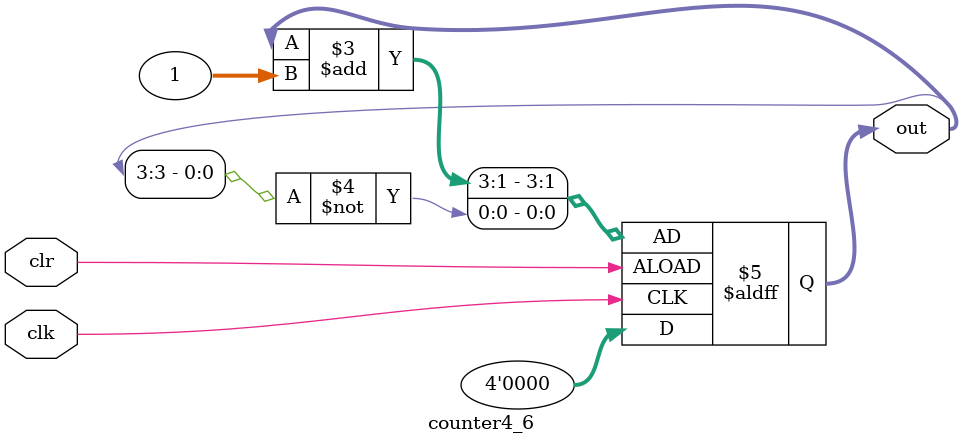
<source format=v>
module counter4_6(clk,clr,out);
output [3:0] out;
input clk,clr;
reg [3:0] out;
always @(posedge clk or posedge clr) begin
    if (!clr) out <= 4'h0;
    else begin
        /*
            0000
            0001
            0011
            0111
            1111
            1110
            1100
            1000
            ...
        */
        out <= out + 1;
        out[0] <= ~out[3];
    end
end
endmodule



</source>
